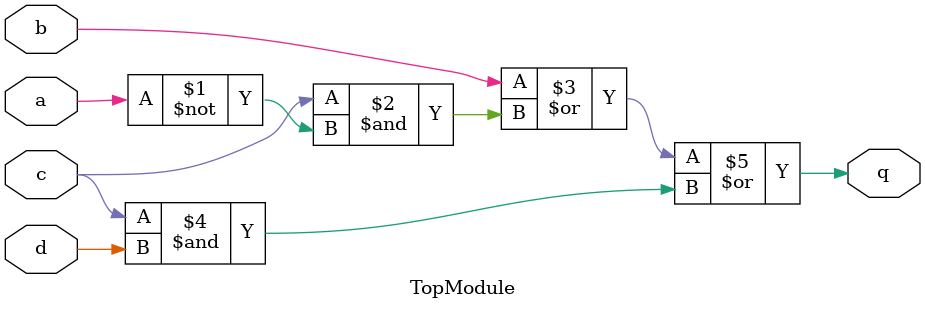
<source format=sv>
module TopModule (
    input wire a,
    input wire b,
    input wire c,
    input wire d,
    output wire q
);

    assign q = b | (c & ~a) | (c & d);

endmodule
</source>
